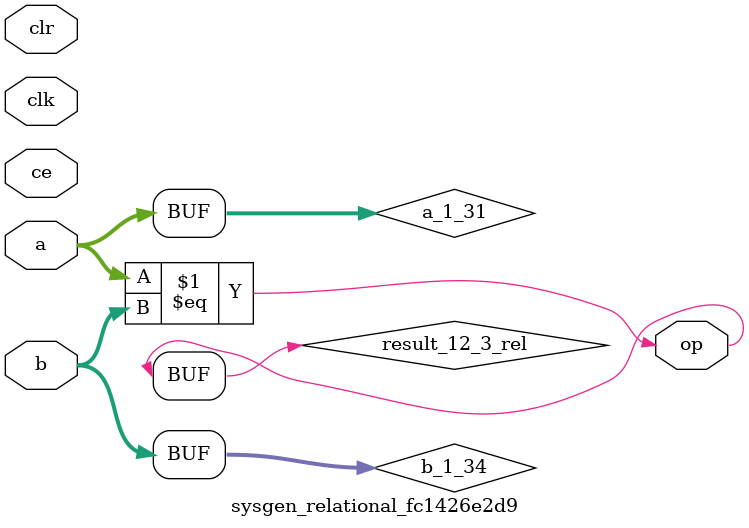
<source format=v>
module sysgen_relational_fc1426e2d9 (
  input [(8 - 1):0] a,
  input [(8 - 1):0] b,
  output [(1 - 1):0] op,
  input clk,
  input ce,
  input clr);
  wire [(8 - 1):0] a_1_31;
  wire [(8 - 1):0] b_1_34;
  localparam [(1 - 1):0] const_value = 1'b1;
  wire result_12_3_rel;
  assign a_1_31 = a;
  assign b_1_34 = b;
  assign result_12_3_rel = a_1_31 == b_1_34;
  assign op = result_12_3_rel;
endmodule
</source>
